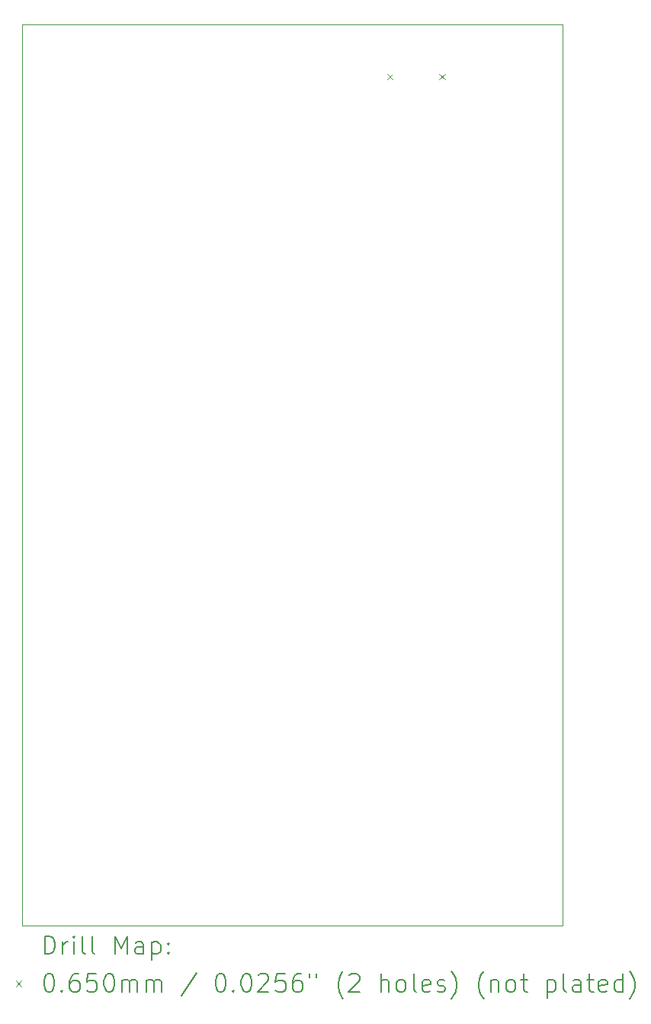
<source format=gbr>
%FSLAX45Y45*%
G04 Gerber Fmt 4.5, Leading zero omitted, Abs format (unit mm)*
G04 Created by KiCad (PCBNEW (6.0.5)) date 2022-08-13 18:20:02*
%MOMM*%
%LPD*%
G01*
G04 APERTURE LIST*
%TA.AperFunction,Profile*%
%ADD10C,0.100000*%
%TD*%
%ADD11C,0.200000*%
%ADD12C,0.065000*%
G04 APERTURE END LIST*
D10*
X9525000Y-2000000D02*
X3525000Y-2000000D01*
X9525000Y-12000000D02*
X9525000Y-2000000D01*
X3525000Y-2000000D02*
X3525000Y-12000000D01*
X3525000Y-12000000D02*
X9525000Y-12000000D01*
D11*
D12*
X7578500Y-2548500D02*
X7643500Y-2613500D01*
X7643500Y-2548500D02*
X7578500Y-2613500D01*
X8156500Y-2548500D02*
X8221500Y-2613500D01*
X8221500Y-2548500D02*
X8156500Y-2613500D01*
D11*
X3777619Y-12315476D02*
X3777619Y-12115476D01*
X3825238Y-12115476D01*
X3853809Y-12125000D01*
X3872857Y-12144048D01*
X3882381Y-12163095D01*
X3891905Y-12201190D01*
X3891905Y-12229762D01*
X3882381Y-12267857D01*
X3872857Y-12286905D01*
X3853809Y-12305952D01*
X3825238Y-12315476D01*
X3777619Y-12315476D01*
X3977619Y-12315476D02*
X3977619Y-12182143D01*
X3977619Y-12220238D02*
X3987143Y-12201190D01*
X3996667Y-12191667D01*
X4015714Y-12182143D01*
X4034762Y-12182143D01*
X4101428Y-12315476D02*
X4101428Y-12182143D01*
X4101428Y-12115476D02*
X4091905Y-12125000D01*
X4101428Y-12134524D01*
X4110952Y-12125000D01*
X4101428Y-12115476D01*
X4101428Y-12134524D01*
X4225238Y-12315476D02*
X4206190Y-12305952D01*
X4196667Y-12286905D01*
X4196667Y-12115476D01*
X4330000Y-12315476D02*
X4310952Y-12305952D01*
X4301429Y-12286905D01*
X4301429Y-12115476D01*
X4558571Y-12315476D02*
X4558571Y-12115476D01*
X4625238Y-12258333D01*
X4691905Y-12115476D01*
X4691905Y-12315476D01*
X4872857Y-12315476D02*
X4872857Y-12210714D01*
X4863333Y-12191667D01*
X4844286Y-12182143D01*
X4806190Y-12182143D01*
X4787143Y-12191667D01*
X4872857Y-12305952D02*
X4853810Y-12315476D01*
X4806190Y-12315476D01*
X4787143Y-12305952D01*
X4777619Y-12286905D01*
X4777619Y-12267857D01*
X4787143Y-12248809D01*
X4806190Y-12239286D01*
X4853810Y-12239286D01*
X4872857Y-12229762D01*
X4968095Y-12182143D02*
X4968095Y-12382143D01*
X4968095Y-12191667D02*
X4987143Y-12182143D01*
X5025238Y-12182143D01*
X5044286Y-12191667D01*
X5053810Y-12201190D01*
X5063333Y-12220238D01*
X5063333Y-12277381D01*
X5053810Y-12296428D01*
X5044286Y-12305952D01*
X5025238Y-12315476D01*
X4987143Y-12315476D01*
X4968095Y-12305952D01*
X5149048Y-12296428D02*
X5158571Y-12305952D01*
X5149048Y-12315476D01*
X5139524Y-12305952D01*
X5149048Y-12296428D01*
X5149048Y-12315476D01*
X5149048Y-12191667D02*
X5158571Y-12201190D01*
X5149048Y-12210714D01*
X5139524Y-12201190D01*
X5149048Y-12191667D01*
X5149048Y-12210714D01*
D12*
X3455000Y-12612500D02*
X3520000Y-12677500D01*
X3520000Y-12612500D02*
X3455000Y-12677500D01*
D11*
X3815714Y-12535476D02*
X3834762Y-12535476D01*
X3853809Y-12545000D01*
X3863333Y-12554524D01*
X3872857Y-12573571D01*
X3882381Y-12611667D01*
X3882381Y-12659286D01*
X3872857Y-12697381D01*
X3863333Y-12716428D01*
X3853809Y-12725952D01*
X3834762Y-12735476D01*
X3815714Y-12735476D01*
X3796667Y-12725952D01*
X3787143Y-12716428D01*
X3777619Y-12697381D01*
X3768095Y-12659286D01*
X3768095Y-12611667D01*
X3777619Y-12573571D01*
X3787143Y-12554524D01*
X3796667Y-12545000D01*
X3815714Y-12535476D01*
X3968095Y-12716428D02*
X3977619Y-12725952D01*
X3968095Y-12735476D01*
X3958571Y-12725952D01*
X3968095Y-12716428D01*
X3968095Y-12735476D01*
X4149048Y-12535476D02*
X4110952Y-12535476D01*
X4091905Y-12545000D01*
X4082381Y-12554524D01*
X4063333Y-12583095D01*
X4053809Y-12621190D01*
X4053809Y-12697381D01*
X4063333Y-12716428D01*
X4072857Y-12725952D01*
X4091905Y-12735476D01*
X4130000Y-12735476D01*
X4149048Y-12725952D01*
X4158571Y-12716428D01*
X4168095Y-12697381D01*
X4168095Y-12649762D01*
X4158571Y-12630714D01*
X4149048Y-12621190D01*
X4130000Y-12611667D01*
X4091905Y-12611667D01*
X4072857Y-12621190D01*
X4063333Y-12630714D01*
X4053809Y-12649762D01*
X4349048Y-12535476D02*
X4253810Y-12535476D01*
X4244286Y-12630714D01*
X4253810Y-12621190D01*
X4272857Y-12611667D01*
X4320476Y-12611667D01*
X4339524Y-12621190D01*
X4349048Y-12630714D01*
X4358571Y-12649762D01*
X4358571Y-12697381D01*
X4349048Y-12716428D01*
X4339524Y-12725952D01*
X4320476Y-12735476D01*
X4272857Y-12735476D01*
X4253810Y-12725952D01*
X4244286Y-12716428D01*
X4482381Y-12535476D02*
X4501429Y-12535476D01*
X4520476Y-12545000D01*
X4530000Y-12554524D01*
X4539524Y-12573571D01*
X4549048Y-12611667D01*
X4549048Y-12659286D01*
X4539524Y-12697381D01*
X4530000Y-12716428D01*
X4520476Y-12725952D01*
X4501429Y-12735476D01*
X4482381Y-12735476D01*
X4463333Y-12725952D01*
X4453810Y-12716428D01*
X4444286Y-12697381D01*
X4434762Y-12659286D01*
X4434762Y-12611667D01*
X4444286Y-12573571D01*
X4453810Y-12554524D01*
X4463333Y-12545000D01*
X4482381Y-12535476D01*
X4634762Y-12735476D02*
X4634762Y-12602143D01*
X4634762Y-12621190D02*
X4644286Y-12611667D01*
X4663333Y-12602143D01*
X4691905Y-12602143D01*
X4710952Y-12611667D01*
X4720476Y-12630714D01*
X4720476Y-12735476D01*
X4720476Y-12630714D02*
X4730000Y-12611667D01*
X4749048Y-12602143D01*
X4777619Y-12602143D01*
X4796667Y-12611667D01*
X4806190Y-12630714D01*
X4806190Y-12735476D01*
X4901429Y-12735476D02*
X4901429Y-12602143D01*
X4901429Y-12621190D02*
X4910952Y-12611667D01*
X4930000Y-12602143D01*
X4958571Y-12602143D01*
X4977619Y-12611667D01*
X4987143Y-12630714D01*
X4987143Y-12735476D01*
X4987143Y-12630714D02*
X4996667Y-12611667D01*
X5015714Y-12602143D01*
X5044286Y-12602143D01*
X5063333Y-12611667D01*
X5072857Y-12630714D01*
X5072857Y-12735476D01*
X5463333Y-12525952D02*
X5291905Y-12783095D01*
X5720476Y-12535476D02*
X5739524Y-12535476D01*
X5758571Y-12545000D01*
X5768095Y-12554524D01*
X5777619Y-12573571D01*
X5787143Y-12611667D01*
X5787143Y-12659286D01*
X5777619Y-12697381D01*
X5768095Y-12716428D01*
X5758571Y-12725952D01*
X5739524Y-12735476D01*
X5720476Y-12735476D01*
X5701428Y-12725952D01*
X5691905Y-12716428D01*
X5682381Y-12697381D01*
X5672857Y-12659286D01*
X5672857Y-12611667D01*
X5682381Y-12573571D01*
X5691905Y-12554524D01*
X5701428Y-12545000D01*
X5720476Y-12535476D01*
X5872857Y-12716428D02*
X5882381Y-12725952D01*
X5872857Y-12735476D01*
X5863333Y-12725952D01*
X5872857Y-12716428D01*
X5872857Y-12735476D01*
X6006190Y-12535476D02*
X6025238Y-12535476D01*
X6044286Y-12545000D01*
X6053809Y-12554524D01*
X6063333Y-12573571D01*
X6072857Y-12611667D01*
X6072857Y-12659286D01*
X6063333Y-12697381D01*
X6053809Y-12716428D01*
X6044286Y-12725952D01*
X6025238Y-12735476D01*
X6006190Y-12735476D01*
X5987143Y-12725952D01*
X5977619Y-12716428D01*
X5968095Y-12697381D01*
X5958571Y-12659286D01*
X5958571Y-12611667D01*
X5968095Y-12573571D01*
X5977619Y-12554524D01*
X5987143Y-12545000D01*
X6006190Y-12535476D01*
X6149048Y-12554524D02*
X6158571Y-12545000D01*
X6177619Y-12535476D01*
X6225238Y-12535476D01*
X6244286Y-12545000D01*
X6253809Y-12554524D01*
X6263333Y-12573571D01*
X6263333Y-12592619D01*
X6253809Y-12621190D01*
X6139524Y-12735476D01*
X6263333Y-12735476D01*
X6444286Y-12535476D02*
X6349048Y-12535476D01*
X6339524Y-12630714D01*
X6349048Y-12621190D01*
X6368095Y-12611667D01*
X6415714Y-12611667D01*
X6434762Y-12621190D01*
X6444286Y-12630714D01*
X6453809Y-12649762D01*
X6453809Y-12697381D01*
X6444286Y-12716428D01*
X6434762Y-12725952D01*
X6415714Y-12735476D01*
X6368095Y-12735476D01*
X6349048Y-12725952D01*
X6339524Y-12716428D01*
X6625238Y-12535476D02*
X6587143Y-12535476D01*
X6568095Y-12545000D01*
X6558571Y-12554524D01*
X6539524Y-12583095D01*
X6530000Y-12621190D01*
X6530000Y-12697381D01*
X6539524Y-12716428D01*
X6549048Y-12725952D01*
X6568095Y-12735476D01*
X6606190Y-12735476D01*
X6625238Y-12725952D01*
X6634762Y-12716428D01*
X6644286Y-12697381D01*
X6644286Y-12649762D01*
X6634762Y-12630714D01*
X6625238Y-12621190D01*
X6606190Y-12611667D01*
X6568095Y-12611667D01*
X6549048Y-12621190D01*
X6539524Y-12630714D01*
X6530000Y-12649762D01*
X6720476Y-12535476D02*
X6720476Y-12573571D01*
X6796667Y-12535476D02*
X6796667Y-12573571D01*
X7091905Y-12811667D02*
X7082381Y-12802143D01*
X7063333Y-12773571D01*
X7053809Y-12754524D01*
X7044286Y-12725952D01*
X7034762Y-12678333D01*
X7034762Y-12640238D01*
X7044286Y-12592619D01*
X7053809Y-12564048D01*
X7063333Y-12545000D01*
X7082381Y-12516428D01*
X7091905Y-12506905D01*
X7158571Y-12554524D02*
X7168095Y-12545000D01*
X7187143Y-12535476D01*
X7234762Y-12535476D01*
X7253809Y-12545000D01*
X7263333Y-12554524D01*
X7272857Y-12573571D01*
X7272857Y-12592619D01*
X7263333Y-12621190D01*
X7149048Y-12735476D01*
X7272857Y-12735476D01*
X7510952Y-12735476D02*
X7510952Y-12535476D01*
X7596667Y-12735476D02*
X7596667Y-12630714D01*
X7587143Y-12611667D01*
X7568095Y-12602143D01*
X7539524Y-12602143D01*
X7520476Y-12611667D01*
X7510952Y-12621190D01*
X7720476Y-12735476D02*
X7701428Y-12725952D01*
X7691905Y-12716428D01*
X7682381Y-12697381D01*
X7682381Y-12640238D01*
X7691905Y-12621190D01*
X7701428Y-12611667D01*
X7720476Y-12602143D01*
X7749048Y-12602143D01*
X7768095Y-12611667D01*
X7777619Y-12621190D01*
X7787143Y-12640238D01*
X7787143Y-12697381D01*
X7777619Y-12716428D01*
X7768095Y-12725952D01*
X7749048Y-12735476D01*
X7720476Y-12735476D01*
X7901428Y-12735476D02*
X7882381Y-12725952D01*
X7872857Y-12706905D01*
X7872857Y-12535476D01*
X8053809Y-12725952D02*
X8034762Y-12735476D01*
X7996667Y-12735476D01*
X7977619Y-12725952D01*
X7968095Y-12706905D01*
X7968095Y-12630714D01*
X7977619Y-12611667D01*
X7996667Y-12602143D01*
X8034762Y-12602143D01*
X8053809Y-12611667D01*
X8063333Y-12630714D01*
X8063333Y-12649762D01*
X7968095Y-12668809D01*
X8139524Y-12725952D02*
X8158571Y-12735476D01*
X8196667Y-12735476D01*
X8215714Y-12725952D01*
X8225238Y-12706905D01*
X8225238Y-12697381D01*
X8215714Y-12678333D01*
X8196667Y-12668809D01*
X8168095Y-12668809D01*
X8149048Y-12659286D01*
X8139524Y-12640238D01*
X8139524Y-12630714D01*
X8149048Y-12611667D01*
X8168095Y-12602143D01*
X8196667Y-12602143D01*
X8215714Y-12611667D01*
X8291905Y-12811667D02*
X8301428Y-12802143D01*
X8320476Y-12773571D01*
X8330000Y-12754524D01*
X8339524Y-12725952D01*
X8349048Y-12678333D01*
X8349048Y-12640238D01*
X8339524Y-12592619D01*
X8330000Y-12564048D01*
X8320476Y-12545000D01*
X8301428Y-12516428D01*
X8291905Y-12506905D01*
X8653810Y-12811667D02*
X8644286Y-12802143D01*
X8625238Y-12773571D01*
X8615714Y-12754524D01*
X8606190Y-12725952D01*
X8596667Y-12678333D01*
X8596667Y-12640238D01*
X8606190Y-12592619D01*
X8615714Y-12564048D01*
X8625238Y-12545000D01*
X8644286Y-12516428D01*
X8653810Y-12506905D01*
X8730000Y-12602143D02*
X8730000Y-12735476D01*
X8730000Y-12621190D02*
X8739524Y-12611667D01*
X8758571Y-12602143D01*
X8787143Y-12602143D01*
X8806190Y-12611667D01*
X8815714Y-12630714D01*
X8815714Y-12735476D01*
X8939524Y-12735476D02*
X8920476Y-12725952D01*
X8910952Y-12716428D01*
X8901429Y-12697381D01*
X8901429Y-12640238D01*
X8910952Y-12621190D01*
X8920476Y-12611667D01*
X8939524Y-12602143D01*
X8968095Y-12602143D01*
X8987143Y-12611667D01*
X8996667Y-12621190D01*
X9006190Y-12640238D01*
X9006190Y-12697381D01*
X8996667Y-12716428D01*
X8987143Y-12725952D01*
X8968095Y-12735476D01*
X8939524Y-12735476D01*
X9063333Y-12602143D02*
X9139524Y-12602143D01*
X9091905Y-12535476D02*
X9091905Y-12706905D01*
X9101429Y-12725952D01*
X9120476Y-12735476D01*
X9139524Y-12735476D01*
X9358571Y-12602143D02*
X9358571Y-12802143D01*
X9358571Y-12611667D02*
X9377619Y-12602143D01*
X9415714Y-12602143D01*
X9434762Y-12611667D01*
X9444286Y-12621190D01*
X9453810Y-12640238D01*
X9453810Y-12697381D01*
X9444286Y-12716428D01*
X9434762Y-12725952D01*
X9415714Y-12735476D01*
X9377619Y-12735476D01*
X9358571Y-12725952D01*
X9568095Y-12735476D02*
X9549048Y-12725952D01*
X9539524Y-12706905D01*
X9539524Y-12535476D01*
X9730000Y-12735476D02*
X9730000Y-12630714D01*
X9720476Y-12611667D01*
X9701429Y-12602143D01*
X9663333Y-12602143D01*
X9644286Y-12611667D01*
X9730000Y-12725952D02*
X9710952Y-12735476D01*
X9663333Y-12735476D01*
X9644286Y-12725952D01*
X9634762Y-12706905D01*
X9634762Y-12687857D01*
X9644286Y-12668809D01*
X9663333Y-12659286D01*
X9710952Y-12659286D01*
X9730000Y-12649762D01*
X9796667Y-12602143D02*
X9872857Y-12602143D01*
X9825238Y-12535476D02*
X9825238Y-12706905D01*
X9834762Y-12725952D01*
X9853810Y-12735476D01*
X9872857Y-12735476D01*
X10015714Y-12725952D02*
X9996667Y-12735476D01*
X9958571Y-12735476D01*
X9939524Y-12725952D01*
X9930000Y-12706905D01*
X9930000Y-12630714D01*
X9939524Y-12611667D01*
X9958571Y-12602143D01*
X9996667Y-12602143D01*
X10015714Y-12611667D01*
X10025238Y-12630714D01*
X10025238Y-12649762D01*
X9930000Y-12668809D01*
X10196667Y-12735476D02*
X10196667Y-12535476D01*
X10196667Y-12725952D02*
X10177619Y-12735476D01*
X10139524Y-12735476D01*
X10120476Y-12725952D01*
X10110952Y-12716428D01*
X10101429Y-12697381D01*
X10101429Y-12640238D01*
X10110952Y-12621190D01*
X10120476Y-12611667D01*
X10139524Y-12602143D01*
X10177619Y-12602143D01*
X10196667Y-12611667D01*
X10272857Y-12811667D02*
X10282381Y-12802143D01*
X10301429Y-12773571D01*
X10310952Y-12754524D01*
X10320476Y-12725952D01*
X10330000Y-12678333D01*
X10330000Y-12640238D01*
X10320476Y-12592619D01*
X10310952Y-12564048D01*
X10301429Y-12545000D01*
X10282381Y-12516428D01*
X10272857Y-12506905D01*
M02*

</source>
